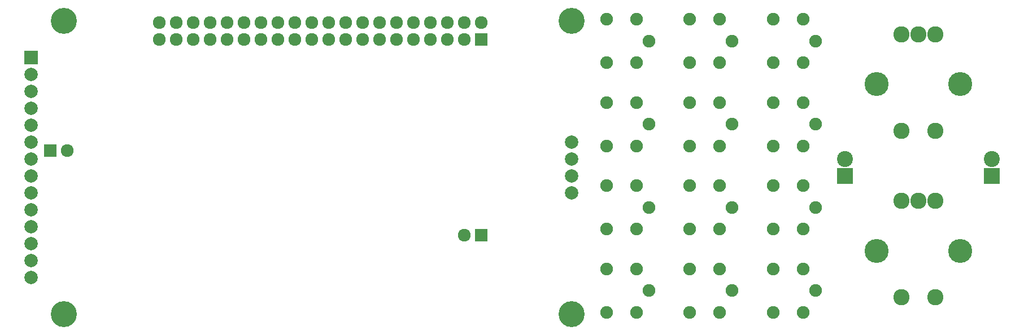
<source format=gts>
G04 #@! TF.FileFunction,Soldermask,Top*
%FSLAX46Y46*%
G04 Gerber Fmt 4.6, Leading zero omitted, Abs format (unit mm)*
G04 Created by KiCad (PCBNEW 4.0.7) date 06/30/18 16:48:15*
%MOMM*%
%LPD*%
G01*
G04 APERTURE LIST*
%ADD10C,0.100000*%
%ADD11R,2.400000X2.400000*%
%ADD12C,2.400000*%
%ADD13C,3.900000*%
%ADD14R,2.000000X2.000000*%
%ADD15C,2.000000*%
%ADD16C,1.924000*%
%ADD17R,1.924000X1.924000*%
%ADD18C,3.600000*%
%ADD19C,2.432000*%
%ADD20C,1.900000*%
G04 APERTURE END LIST*
D10*
D11*
X124000000Y23700000D03*
D12*
X124000000Y26240000D03*
D11*
X146000000Y23700000D03*
D12*
X146000000Y26240000D03*
D13*
X6920000Y47000000D03*
X83000000Y47000000D03*
X83000000Y3000000D03*
X6920000Y3000000D03*
D14*
X2000000Y41510000D03*
D15*
X2000000Y38970000D03*
X2000000Y36430000D03*
X2000000Y33890000D03*
X2000000Y31350000D03*
X2000000Y28810000D03*
X2000000Y26270000D03*
X2000000Y23730000D03*
X2000000Y21190000D03*
X2000000Y18650000D03*
X2000000Y16110000D03*
X2000000Y13570000D03*
X2000000Y11030000D03*
X2000000Y8490000D03*
X83000000Y28810000D03*
X83000000Y26270000D03*
X83000000Y23730000D03*
X83000000Y21190000D03*
D16*
X69500000Y46790000D03*
D17*
X69500000Y44250000D03*
D16*
X66960000Y46790000D03*
X66960000Y44250000D03*
X64420000Y46790000D03*
X64420000Y44250000D03*
X61880000Y46790000D03*
X61880000Y44250000D03*
X59340000Y46790000D03*
X59340000Y44250000D03*
X56800000Y46790000D03*
X56800000Y44250000D03*
X54260000Y46790000D03*
X54260000Y44250000D03*
X51720000Y46790000D03*
X51720000Y44250000D03*
X49180000Y46790000D03*
X49180000Y44250000D03*
X46640000Y46790000D03*
X46640000Y44250000D03*
X44100000Y46790000D03*
X44100000Y44250000D03*
X41560000Y46790000D03*
X41560000Y44250000D03*
X39020000Y46790000D03*
X39020000Y44250000D03*
X36480000Y46790000D03*
X36480000Y44250000D03*
X33940000Y46790000D03*
X33940000Y44250000D03*
X31400000Y46790000D03*
X31400000Y44250000D03*
X28860000Y46790000D03*
X28860000Y44250000D03*
X26320000Y46790000D03*
X26320000Y44250000D03*
X23780000Y46790000D03*
X23780000Y44250000D03*
X21240000Y46790000D03*
X21240000Y44250000D03*
X7390000Y27500000D03*
D17*
X4850000Y27500000D03*
D16*
X66960000Y14800000D03*
D17*
X69500000Y14800000D03*
D18*
X128750000Y37500000D03*
X141250000Y37500000D03*
D19*
X137540000Y45000000D03*
X135000000Y45000000D03*
X132460000Y45000000D03*
X132460000Y30500000D03*
X137540000Y30500000D03*
D18*
X128750000Y12500000D03*
X141250000Y12500000D03*
D19*
X137540000Y20000000D03*
X135000000Y20000000D03*
X132460000Y20000000D03*
X132460000Y5500000D03*
X137540000Y5500000D03*
D20*
X88250000Y40750000D03*
X88250000Y47250000D03*
X92750000Y40750000D03*
X92750000Y47250000D03*
X94600000Y44000000D03*
X100750000Y40750000D03*
X100750000Y47250000D03*
X105250000Y40750000D03*
X105250000Y47250000D03*
X107100000Y44000000D03*
X113250000Y40750000D03*
X113250000Y47250000D03*
X117750000Y40750000D03*
X117750000Y47250000D03*
X119600000Y44000000D03*
X88250000Y28250000D03*
X88250000Y34750000D03*
X92750000Y28250000D03*
X92750000Y34750000D03*
X94600000Y31500000D03*
X100750000Y28250000D03*
X100750000Y34750000D03*
X105250000Y28250000D03*
X105250000Y34750000D03*
X107100000Y31500000D03*
X113250000Y28250000D03*
X113250000Y34750000D03*
X117750000Y28250000D03*
X117750000Y34750000D03*
X119600000Y31500000D03*
X88250000Y15750000D03*
X88250000Y22250000D03*
X92750000Y15750000D03*
X92750000Y22250000D03*
X94600000Y19000000D03*
X100750000Y15750000D03*
X100750000Y22250000D03*
X105250000Y15750000D03*
X105250000Y22250000D03*
X107100000Y19000000D03*
X113250000Y15750000D03*
X113250000Y22250000D03*
X117750000Y15750000D03*
X117750000Y22250000D03*
X119600000Y19000000D03*
X88250000Y3250000D03*
X88250000Y9750000D03*
X92750000Y3250000D03*
X92750000Y9750000D03*
X94600000Y6500000D03*
X100750000Y3250000D03*
X100750000Y9750000D03*
X105250000Y3250000D03*
X105250000Y9750000D03*
X107100000Y6500000D03*
X113250000Y3250000D03*
X113250000Y9750000D03*
X117750000Y3250000D03*
X117750000Y9750000D03*
X119600000Y6500000D03*
M02*

</source>
